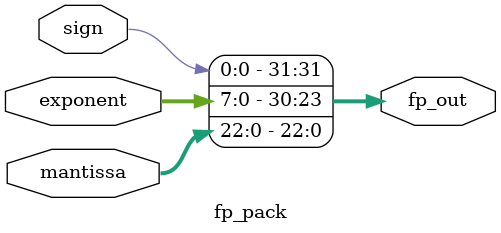
<source format=sv>
/****************************************************************************************
 * Archivo       : fp_pack.sv
 * Proyecto      : Unidad en punto flotante estandar IEEE 754
 * Autor         : Samuel Cabrera A
 * Fecha         : 1S 2025
 * Descripción   : Empaqueta por medio de contatenacion los bits de signo, mantisa y exponente 
                   para formar el numero en formato IEEE 754.
 * Instancias    : fp_alu, fp_adder, fp_sub, fp_madd, fp_msub
 ****************************************************************************************/



module fp_pack (
    input  logic        sign,
    input  logic [7:0]  exponent,
    input  logic [22:0] mantissa,
    output logic [31:0] fp_out
);
    // Concatenacion de las entradas
    assign fp_out = {sign, exponent, mantissa[22:0]};
endmodule

</source>
